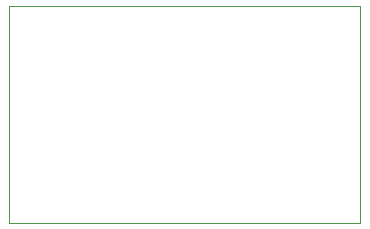
<source format=gbr>
%TF.GenerationSoftware,KiCad,Pcbnew,(6.0.2-0)*%
%TF.CreationDate,2022-07-29T18:45:40+02:00*%
%TF.ProjectId,2xMixer,32784d69-7865-4722-9e6b-696361645f70,rev?*%
%TF.SameCoordinates,Original*%
%TF.FileFunction,Profile,NP*%
%FSLAX46Y46*%
G04 Gerber Fmt 4.6, Leading zero omitted, Abs format (unit mm)*
G04 Created by KiCad (PCBNEW (6.0.2-0)) date 2022-07-29 18:45:40*
%MOMM*%
%LPD*%
G01*
G04 APERTURE LIST*
%TA.AperFunction,Profile*%
%ADD10C,0.100000*%
%TD*%
G04 APERTURE END LIST*
D10*
X137575000Y-83000000D02*
X107850000Y-83000000D01*
X107850000Y-64600000D02*
X137575000Y-64600000D01*
X137575000Y-64600000D02*
X137575000Y-83000000D01*
X107850000Y-83000000D02*
X107850000Y-64600000D01*
M02*

</source>
